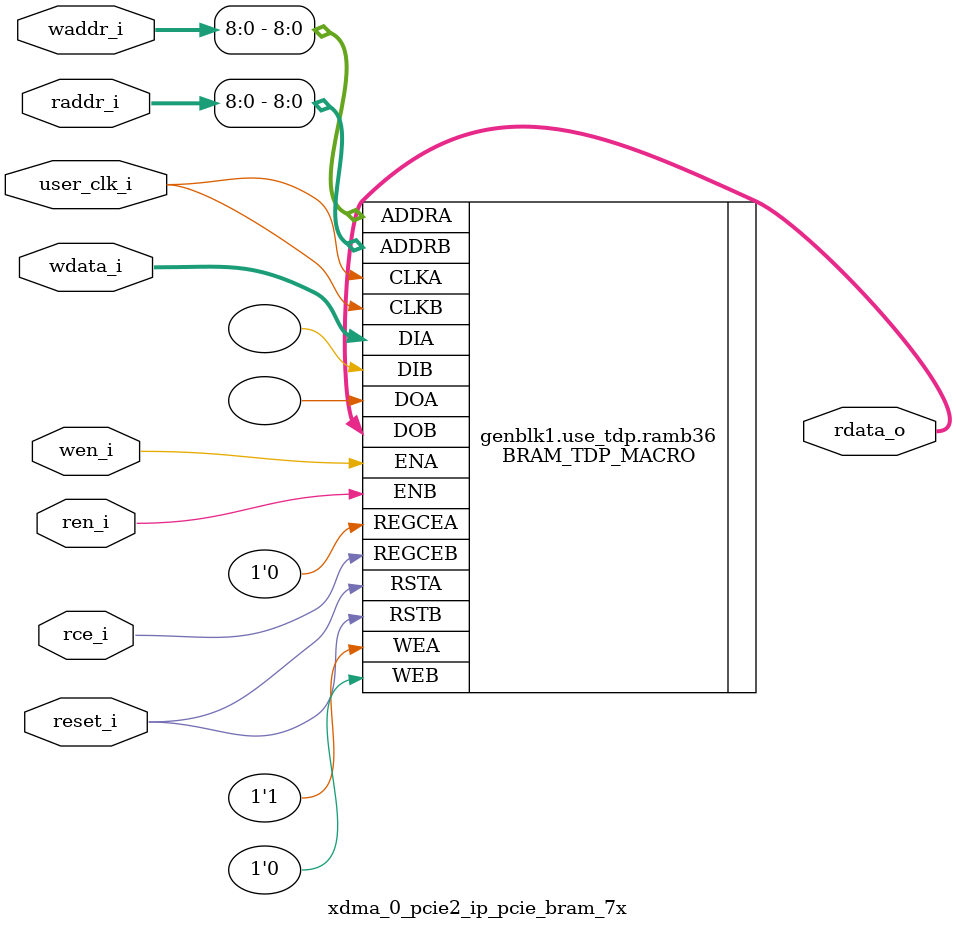
<source format=v>

`timescale 1ps/1ps

(* DowngradeIPIdentifiedWarnings = "yes" *)
module xdma_0_pcie2_ip_pcie_bram_7x
  #(
    parameter [3:0]  LINK_CAP_MAX_LINK_SPEED = 4'h1,        // PCIe Link Speed : 1 - 2.5 GT/s; 2 - 5.0 GT/s
    parameter [5:0]  LINK_CAP_MAX_LINK_WIDTH = 6'h08,       // PCIe Link Width : 1 / 2 / 4 / 8
    parameter IMPL_TARGET = "HARD",                         // the implementation target : HARD, SOFT
    parameter DOB_REG = 0,                                  // 1 - use the output register;
                                                            // 0 - don't use the output register
    parameter WIDTH = 0                                     // supported WIDTH's : 4, 9, 18, 36 - uses RAMB36
                                                            //                     72 - uses RAMB36SDP
    )
    (
     input               user_clk_i,// user clock
     input               reset_i,   // bram reset

     input               wen_i,     // write enable
     input [12:0]        waddr_i,   // write address
     input [WIDTH - 1:0] wdata_i,   // write data

     input               ren_i,     // read enable
     input               rce_i,     // output register clock enable
     input [12:0]        raddr_i,   // read address

     output [WIDTH - 1:0] rdata_o   // read data
     );

   // map the address bits
   localparam ADDR_MSB = ((WIDTH == 4)  ? 12 :
                          (WIDTH == 9)  ? 11 :
                          (WIDTH == 18) ? 10 :
                          (WIDTH == 36) ?  9 :
                                           8
                          );

   // set the width of the tied off low address bits
   localparam ADDR_LO_BITS = ((WIDTH == 4)  ? 2 :
                              (WIDTH == 9)  ? 3 :
                              (WIDTH == 18) ? 4 :
                              (WIDTH == 36) ? 5 :
                                              0 // for WIDTH 72 use RAMB36SDP
                              );

   // map the data bits
   localparam D_MSB =  ((WIDTH == 4)  ?  3 :
                        (WIDTH == 9)  ?  7 :
                        (WIDTH == 18) ? 15 :
                        (WIDTH == 36) ? 31 :
                                        63
                        );

   // map the data parity bits
   localparam DP_LSB =  D_MSB + 1;

   localparam DP_MSB =  ((WIDTH == 4)  ? 4 :
                         (WIDTH == 9)  ? 8 :
                         (WIDTH == 18) ? 17 :
                         (WIDTH == 36) ? 35 :
                                         71
                        );

   localparam DPW = DP_MSB - DP_LSB + 1;
   localparam WRITE_MODE = ((WIDTH == 72) && (!((LINK_CAP_MAX_LINK_SPEED == 4'h2) && (LINK_CAP_MAX_LINK_WIDTH == 6'h08)))) ? "WRITE_FIRST" :
                           ((LINK_CAP_MAX_LINK_SPEED == 4'h2) && (LINK_CAP_MAX_LINK_WIDTH == 6'h08)) ? "WRITE_FIRST" : "NO_CHANGE";

   localparam DEVICE = (IMPL_TARGET == "HARD") ? "7SERIES" : "VIRTEX6";
   localparam BRAM_SIZE = "36Kb";

   localparam WE_WIDTH =(DEVICE == "VIRTEX5" || DEVICE == "VIRTEX6" || DEVICE == "7SERIES") ?
                            ((WIDTH <= 9) ? 1 :
                             (WIDTH > 9 && WIDTH <= 18) ? 2 :
                             (WIDTH > 18 && WIDTH <= 36) ? 4 :
                             (WIDTH > 36 && WIDTH <= 72) ? 8 :
                             (BRAM_SIZE == "18Kb") ? 4 : 8 ) : 8;

   //synthesis translate_off
   initial begin
      //$display("[%t] %m DOB_REG %0d WIDTH %0d ADDR_MSB %0d ADDR_LO_BITS %0d DP_MSB %0d DP_LSB %0d D_MSB %0d",
      //          $time, DOB_REG,   WIDTH,    ADDR_MSB,    ADDR_LO_BITS,    DP_MSB,    DP_LSB,    D_MSB);

      case (WIDTH)
        4,9,18,36,72:;
        default:
          begin
             $display("[%t] %m Error WIDTH %0d not supported", $time, WIDTH);
             $finish;
          end
      endcase // case (WIDTH)
   end
   //synthesis translate_on

   generate
   if ((LINK_CAP_MAX_LINK_WIDTH == 6'h08 && LINK_CAP_MAX_LINK_SPEED == 4'h2) || (WIDTH == 72)) begin : use_sdp
        BRAM_SDP_MACRO #(
               .DEVICE        (DEVICE),
               .BRAM_SIZE     (BRAM_SIZE),
               .DO_REG        (DOB_REG),
               .READ_WIDTH    (WIDTH),
               .WRITE_WIDTH   (WIDTH),
               .WRITE_MODE    (WRITE_MODE)
               )
        ramb36sdp(
               .DO             (rdata_o[WIDTH-1:0]),
               .DI             (wdata_i[WIDTH-1:0]),
               .RDADDR         (raddr_i[ADDR_MSB:0]),
               .RDCLK          (user_clk_i),
               .RDEN           (ren_i),
               .REGCE          (rce_i),
               .RST            (reset_i),
               .WE             ({WE_WIDTH{1'b1}}),
               .WRADDR         (waddr_i[ADDR_MSB:0]),
               .WRCLK          (user_clk_i),
               .WREN           (wen_i)
               );

    end  // block: use_sdp
    else if (WIDTH <= 36) begin : use_tdp
    // use RAMB36's if the width is 4, 9, 18, or 36
        BRAM_TDP_MACRO #(
               .DEVICE        (DEVICE),
               .BRAM_SIZE     (BRAM_SIZE),
               .DOA_REG       (0),
               .DOB_REG       (DOB_REG),
               .READ_WIDTH_A  (WIDTH),
               .READ_WIDTH_B  (WIDTH),
               .WRITE_WIDTH_A (WIDTH),
               .WRITE_WIDTH_B (WIDTH),
               .WRITE_MODE_A  (WRITE_MODE)
               )
        ramb36(
               .DOA            (),
               .DOB            (rdata_o[WIDTH-1:0]),
               .ADDRA          (waddr_i[ADDR_MSB:0]),
               .ADDRB          (raddr_i[ADDR_MSB:0]),
               .CLKA           (user_clk_i),
               .CLKB           (user_clk_i),
               .DIA            (wdata_i[WIDTH-1:0]),
               .DIB            ({WIDTH{1'b0}}),
               .ENA            (wen_i),
               .ENB            (ren_i),
               .REGCEA         (1'b0),
               .REGCEB         (rce_i),
               .RSTA           (reset_i),
               .RSTB           (reset_i),
               .WEA            ({WE_WIDTH{1'b1}}),
               .WEB            ({WE_WIDTH{1'b0}})
               );
   end // block: use_tdp
   endgenerate

endmodule // pcie_bram_7x


</source>
